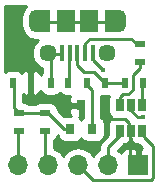
<source format=gtl>
%TF.GenerationSoftware,KiCad,Pcbnew,4.0.7*%
%TF.CreationDate,2017-11-15T16:48:17+08:00*%
%TF.ProjectId,MicroUSB,4D6963726F5553422E6B696361645F70,rev?*%
%TF.FileFunction,Copper,L1,Top,Signal*%
%FSLAX46Y46*%
G04 Gerber Fmt 4.6, Leading zero omitted, Abs format (unit mm)*
G04 Created by KiCad (PCBNEW 4.0.7) date 11/15/17 16:48:17*
%MOMM*%
%LPD*%
G01*
G04 APERTURE LIST*
%ADD10C,0.100000*%
%ADD11R,1.500000X1.900000*%
%ADD12C,1.450000*%
%ADD13R,0.400000X1.350000*%
%ADD14O,1.200000X1.900000*%
%ADD15R,1.200000X1.900000*%
%ADD16R,0.800000X0.900000*%
%ADD17R,1.700000X1.700000*%
%ADD18O,1.700000X1.700000*%
%ADD19R,0.650000X1.060000*%
%ADD20R,0.500000X0.900000*%
%ADD21R,0.900000X0.500000*%
%ADD22C,0.453000*%
%ADD23C,0.250000*%
%ADD24C,0.254000*%
G04 APERTURE END LIST*
D10*
D11*
X6950000Y-2760000D03*
D12*
X10450000Y-5460000D03*
D13*
X8600000Y-5460000D03*
X9250000Y-5460000D03*
X6650000Y-5460000D03*
X7300000Y-5460000D03*
X7950000Y-5460000D03*
D12*
X5450000Y-5460000D03*
D11*
X8950000Y-2760000D03*
D14*
X11450000Y-2760000D03*
X4450000Y-2760000D03*
D15*
X5050000Y-2760000D03*
X10850000Y-2760000D03*
D16*
X7330000Y-11890000D03*
X9230000Y-11890000D03*
X8280000Y-9890000D03*
D17*
X13100000Y-14950000D03*
D18*
X10560000Y-14950000D03*
X8020000Y-14950000D03*
X5480000Y-14950000D03*
X2940000Y-14950000D03*
D19*
X13430000Y-9820000D03*
X12480000Y-9820000D03*
X11530000Y-9820000D03*
X11530000Y-12020000D03*
X13430000Y-12020000D03*
X12480000Y-12020000D03*
D20*
X13490000Y-7970000D03*
X11990000Y-7970000D03*
X8790000Y-7970000D03*
X10290000Y-7970000D03*
D21*
X13220000Y-6230000D03*
X13220000Y-4730000D03*
D20*
X5700000Y-7970000D03*
X7200000Y-7970000D03*
X3990000Y-7970000D03*
X2490000Y-7970000D03*
D21*
X3020000Y-12030000D03*
X3020000Y-10530000D03*
X5210000Y-12030000D03*
X5210000Y-10530000D03*
D22*
X13530000Y-10900000D03*
X6870000Y-9170000D03*
X10130000Y-6870004D03*
X10350000Y-11020000D03*
D23*
X13105736Y-10900000D02*
X13530000Y-10900000D01*
X12360000Y-10154264D02*
X13105736Y-10900000D01*
X12360000Y-9960000D02*
X12360000Y-10154264D01*
X5700000Y-7950000D02*
X5700000Y-5780000D01*
X5700000Y-5780000D02*
X5460000Y-5540000D01*
X5460000Y-5540000D02*
X6660000Y-5540000D01*
X10860000Y-2840000D02*
X11460000Y-2840000D01*
X8960000Y-2840000D02*
X10860000Y-2840000D01*
X6960000Y-2840000D02*
X8960000Y-2840000D01*
X5060000Y-2840000D02*
X6960000Y-2840000D01*
X4460000Y-2840000D02*
X5060000Y-2840000D01*
X2940000Y-14950000D02*
X2940000Y-12110000D01*
X2940000Y-12110000D02*
X3020000Y-12030000D01*
X8610000Y-5540000D02*
X8610000Y-4615000D01*
X8610000Y-4615000D02*
X8995000Y-4230000D01*
X8995000Y-4230000D02*
X12520000Y-4230000D01*
X12520000Y-4230000D02*
X13020000Y-4730000D01*
X13020000Y-4730000D02*
X13220000Y-4730000D01*
X9260000Y-6015000D02*
X10115004Y-6870004D01*
X9260000Y-5540000D02*
X9260000Y-6015000D01*
X10115004Y-6870004D02*
X10130000Y-6870004D01*
X12360000Y-11380000D02*
X12000000Y-11020000D01*
X12360000Y-12160000D02*
X12360000Y-11380000D01*
X10774264Y-11020000D02*
X10350000Y-11020000D01*
X12000000Y-11020000D02*
X10774264Y-11020000D01*
X12360000Y-12160000D02*
X12420000Y-12220000D01*
X12420000Y-12220000D02*
X12420000Y-14270000D01*
X12420000Y-14270000D02*
X13100000Y-14950000D01*
X12600000Y-14450000D02*
X13100000Y-14950000D01*
X12960000Y-14810000D02*
X13100000Y-14950000D01*
X7200000Y-7950000D02*
X7270000Y-7880000D01*
X7270000Y-7880000D02*
X7270000Y-5580000D01*
X7270000Y-5580000D02*
X7310000Y-5540000D01*
X8515000Y-7020000D02*
X9340000Y-7020000D01*
X7960000Y-6465000D02*
X8515000Y-7020000D01*
X9340000Y-7020000D02*
X10290000Y-7970000D01*
X7960000Y-5540000D02*
X7960000Y-6465000D01*
X11990000Y-7950000D02*
X10310000Y-7950000D01*
X10310000Y-7950000D02*
X10290000Y-7970000D01*
X11950000Y-7690000D02*
X11960000Y-7700000D01*
X10560000Y-14950000D02*
X10560000Y-13435000D01*
X10560000Y-13435000D02*
X11650000Y-12345000D01*
X11650000Y-12345000D02*
X11650000Y-12140000D01*
X8020000Y-14950000D02*
X9280000Y-16210000D01*
X9280000Y-16210000D02*
X14150000Y-16210000D01*
X14150000Y-16210000D02*
X14340000Y-16020000D01*
X14340000Y-16020000D02*
X14340000Y-13320000D01*
X14340000Y-13320000D02*
X13560000Y-12540000D01*
X5210000Y-12050000D02*
X5210000Y-14680000D01*
X5210000Y-14680000D02*
X5480000Y-14950000D01*
X5480000Y-14950000D02*
X5830000Y-14600000D01*
X5050000Y-14520000D02*
X5480000Y-14950000D01*
X5480000Y-14950000D02*
X5382998Y-14950000D01*
X3020000Y-10530000D02*
X2620000Y-10130000D01*
X2620000Y-10130000D02*
X2620000Y-7960000D01*
X2620000Y-7960000D02*
X2590000Y-7930000D01*
X3020000Y-10530000D02*
X5190000Y-10530000D01*
X5190000Y-10530000D02*
X5210000Y-10550000D01*
X7330000Y-11890000D02*
X6820000Y-11890000D01*
X6820000Y-11890000D02*
X5450000Y-10520000D01*
X5450000Y-10520000D02*
X5390000Y-10520000D01*
X9230000Y-11890000D02*
X9230000Y-8600000D01*
X9230000Y-8600000D02*
X8790000Y-8160000D01*
X8790000Y-8160000D02*
X8790000Y-8100000D01*
X8790000Y-8100000D02*
X8790000Y-7970000D01*
X13490000Y-7950000D02*
X13430000Y-8010000D01*
X13430000Y-8010000D02*
X13430000Y-9840000D01*
X13430000Y-9840000D02*
X13310000Y-9960000D01*
X13220000Y-6230000D02*
X13220000Y-6730000D01*
X13220000Y-6730000D02*
X12630000Y-7320000D01*
X12630000Y-7320000D02*
X12630000Y-8560000D01*
X12630000Y-8560000D02*
X12280000Y-8910000D01*
X11810000Y-8910000D02*
X11530000Y-9190000D01*
X12280000Y-8910000D02*
X11810000Y-8910000D01*
X11530000Y-9190000D02*
X11530000Y-9820000D01*
D24*
G36*
X12501838Y-12785317D02*
X12607000Y-12948743D01*
X12607000Y-13026250D01*
X12765750Y-13185000D01*
X12931310Y-13185000D01*
X12968171Y-13169732D01*
X13105000Y-13197440D01*
X13142638Y-13197440D01*
X13410198Y-13465000D01*
X13385750Y-13465000D01*
X13227000Y-13623750D01*
X13227000Y-14823000D01*
X13247000Y-14823000D01*
X13247000Y-15077000D01*
X13227000Y-15077000D01*
X13227000Y-15097000D01*
X12973000Y-15097000D01*
X12973000Y-15077000D01*
X12953000Y-15077000D01*
X12953000Y-14823000D01*
X12973000Y-14823000D01*
X12973000Y-13623750D01*
X12814250Y-13465000D01*
X12123690Y-13465000D01*
X11890301Y-13561673D01*
X11711673Y-13740302D01*
X11639403Y-13914777D01*
X11610054Y-13870853D01*
X11363614Y-13706188D01*
X11876386Y-13193416D01*
X11995086Y-13171081D01*
X12028690Y-13185000D01*
X12194250Y-13185000D01*
X12353000Y-13026250D01*
X12353000Y-12945949D01*
X12451431Y-12801890D01*
X12479176Y-12664880D01*
X12501838Y-12785317D01*
X12501838Y-12785317D01*
G37*
X12501838Y-12785317D02*
X12607000Y-12948743D01*
X12607000Y-13026250D01*
X12765750Y-13185000D01*
X12931310Y-13185000D01*
X12968171Y-13169732D01*
X13105000Y-13197440D01*
X13142638Y-13197440D01*
X13410198Y-13465000D01*
X13385750Y-13465000D01*
X13227000Y-13623750D01*
X13227000Y-14823000D01*
X13247000Y-14823000D01*
X13247000Y-15077000D01*
X13227000Y-15077000D01*
X13227000Y-15097000D01*
X12973000Y-15097000D01*
X12973000Y-15077000D01*
X12953000Y-15077000D01*
X12953000Y-14823000D01*
X12973000Y-14823000D01*
X12973000Y-13623750D01*
X12814250Y-13465000D01*
X12123690Y-13465000D01*
X11890301Y-13561673D01*
X11711673Y-13740302D01*
X11639403Y-13914777D01*
X11610054Y-13870853D01*
X11363614Y-13706188D01*
X11876386Y-13193416D01*
X11995086Y-13171081D01*
X12028690Y-13185000D01*
X12194250Y-13185000D01*
X12353000Y-13026250D01*
X12353000Y-12945949D01*
X12451431Y-12801890D01*
X12479176Y-12664880D01*
X12501838Y-12785317D01*
G36*
X10557560Y-9290000D02*
X10557560Y-10350000D01*
X10601838Y-10585317D01*
X10740910Y-10801441D01*
X10916232Y-10921233D01*
X10753559Y-11025910D01*
X10608569Y-11238110D01*
X10557560Y-11490000D01*
X10557560Y-12362638D01*
X10022599Y-12897599D01*
X9857852Y-13144161D01*
X9800000Y-13435000D01*
X9800000Y-13677046D01*
X9509946Y-13870853D01*
X9290000Y-14200026D01*
X9070054Y-13870853D01*
X8588285Y-13548946D01*
X8020000Y-13435907D01*
X7451715Y-13548946D01*
X6969946Y-13870853D01*
X6750000Y-14200026D01*
X6530054Y-13870853D01*
X6048285Y-13548946D01*
X5970000Y-13533374D01*
X5970000Y-12835105D01*
X6111441Y-12744090D01*
X6256431Y-12531890D01*
X6278434Y-12423236D01*
X6282599Y-12427401D01*
X6301365Y-12439940D01*
X6326838Y-12575317D01*
X6465910Y-12791441D01*
X6678110Y-12936431D01*
X6930000Y-12987440D01*
X7730000Y-12987440D01*
X7965317Y-12943162D01*
X8181441Y-12804090D01*
X8280633Y-12658917D01*
X8365910Y-12791441D01*
X8578110Y-12936431D01*
X8830000Y-12987440D01*
X9630000Y-12987440D01*
X9865317Y-12943162D01*
X10081441Y-12804090D01*
X10226431Y-12591890D01*
X10277440Y-12340000D01*
X10277440Y-11440000D01*
X10233162Y-11204683D01*
X10094090Y-10988559D01*
X9990000Y-10917437D01*
X9990000Y-9057315D01*
X10040000Y-9067440D01*
X10540000Y-9067440D01*
X10605110Y-9055189D01*
X10557560Y-9290000D01*
X10557560Y-9290000D01*
G37*
X10557560Y-9290000D02*
X10557560Y-10350000D01*
X10601838Y-10585317D01*
X10740910Y-10801441D01*
X10916232Y-10921233D01*
X10753559Y-11025910D01*
X10608569Y-11238110D01*
X10557560Y-11490000D01*
X10557560Y-12362638D01*
X10022599Y-12897599D01*
X9857852Y-13144161D01*
X9800000Y-13435000D01*
X9800000Y-13677046D01*
X9509946Y-13870853D01*
X9290000Y-14200026D01*
X9070054Y-13870853D01*
X8588285Y-13548946D01*
X8020000Y-13435907D01*
X7451715Y-13548946D01*
X6969946Y-13870853D01*
X6750000Y-14200026D01*
X6530054Y-13870853D01*
X6048285Y-13548946D01*
X5970000Y-13533374D01*
X5970000Y-12835105D01*
X6111441Y-12744090D01*
X6256431Y-12531890D01*
X6278434Y-12423236D01*
X6282599Y-12427401D01*
X6301365Y-12439940D01*
X6326838Y-12575317D01*
X6465910Y-12791441D01*
X6678110Y-12936431D01*
X6930000Y-12987440D01*
X7730000Y-12987440D01*
X7965317Y-12943162D01*
X8181441Y-12804090D01*
X8280633Y-12658917D01*
X8365910Y-12791441D01*
X8578110Y-12936431D01*
X8830000Y-12987440D01*
X9630000Y-12987440D01*
X9865317Y-12943162D01*
X10081441Y-12804090D01*
X10226431Y-12591890D01*
X10277440Y-12340000D01*
X10277440Y-11440000D01*
X10233162Y-11204683D01*
X10094090Y-10988559D01*
X9990000Y-10917437D01*
X9990000Y-9057315D01*
X10040000Y-9067440D01*
X10540000Y-9067440D01*
X10605110Y-9055189D01*
X10557560Y-9290000D01*
G36*
X3576723Y-1505671D02*
X3309009Y-1906334D01*
X3215000Y-2378948D01*
X3215000Y-3141052D01*
X3309009Y-3613666D01*
X3576723Y-4014329D01*
X3977386Y-4282043D01*
X4450000Y-4376052D01*
X4543569Y-4357440D01*
X4629475Y-4357440D01*
X4297720Y-4688616D01*
X4090237Y-5188292D01*
X4089764Y-5729334D01*
X4296376Y-6229372D01*
X4678616Y-6612280D01*
X4940000Y-6720816D01*
X4940000Y-7141614D01*
X4853569Y-7268110D01*
X4843526Y-7317705D01*
X4778327Y-7160301D01*
X4599698Y-6981673D01*
X4366309Y-6885000D01*
X4273750Y-6885000D01*
X4115000Y-7043750D01*
X4115000Y-7843000D01*
X4137000Y-7843000D01*
X4137000Y-8097000D01*
X4115000Y-8097000D01*
X4115000Y-8896250D01*
X4273750Y-9055000D01*
X4366309Y-9055000D01*
X4599698Y-8958327D01*
X4778327Y-8779699D01*
X4841531Y-8627112D01*
X4846838Y-8655317D01*
X4985910Y-8871441D01*
X5198110Y-9016431D01*
X5450000Y-9067440D01*
X5950000Y-9067440D01*
X6185317Y-9023162D01*
X6401441Y-8884090D01*
X6449134Y-8814289D01*
X6485910Y-8871441D01*
X6698110Y-9016431D01*
X6950000Y-9067440D01*
X7354535Y-9067440D01*
X7341673Y-9080302D01*
X7245000Y-9313691D01*
X7245000Y-9604250D01*
X7403750Y-9763000D01*
X8153000Y-9763000D01*
X8153000Y-9743000D01*
X8407000Y-9743000D01*
X8407000Y-9763000D01*
X8427000Y-9763000D01*
X8427000Y-10017000D01*
X8407000Y-10017000D01*
X8407000Y-10816250D01*
X8470000Y-10879250D01*
X8470000Y-10917069D01*
X8378559Y-10975910D01*
X8279367Y-11121083D01*
X8194090Y-10988559D01*
X8067314Y-10901936D01*
X8153000Y-10816250D01*
X8153000Y-10017000D01*
X7403750Y-10017000D01*
X7245000Y-10175750D01*
X7245000Y-10466309D01*
X7341673Y-10699698D01*
X7434534Y-10792560D01*
X6930000Y-10792560D01*
X6818367Y-10813565D01*
X6307440Y-10302638D01*
X6307440Y-10280000D01*
X6263162Y-10044683D01*
X6124090Y-9828559D01*
X5911890Y-9683569D01*
X5660000Y-9632560D01*
X4760000Y-9632560D01*
X4524683Y-9676838D01*
X4379905Y-9770000D01*
X3848386Y-9770000D01*
X3721890Y-9683569D01*
X3470000Y-9632560D01*
X3380000Y-9632560D01*
X3380000Y-8958025D01*
X3380302Y-8958327D01*
X3613691Y-9055000D01*
X3706250Y-9055000D01*
X3865000Y-8896250D01*
X3865000Y-8097000D01*
X3843000Y-8097000D01*
X3843000Y-7843000D01*
X3865000Y-7843000D01*
X3865000Y-7043750D01*
X3706250Y-6885000D01*
X3613691Y-6885000D01*
X3380302Y-6981673D01*
X3239064Y-7122910D01*
X3204090Y-7068559D01*
X2991890Y-6923569D01*
X2740000Y-6872560D01*
X2240000Y-6872560D01*
X2004683Y-6916838D01*
X1850000Y-7016374D01*
X1850000Y-1460000D01*
X3645075Y-1460000D01*
X3576723Y-1505671D01*
X3576723Y-1505671D01*
G37*
X3576723Y-1505671D02*
X3309009Y-1906334D01*
X3215000Y-2378948D01*
X3215000Y-3141052D01*
X3309009Y-3613666D01*
X3576723Y-4014329D01*
X3977386Y-4282043D01*
X4450000Y-4376052D01*
X4543569Y-4357440D01*
X4629475Y-4357440D01*
X4297720Y-4688616D01*
X4090237Y-5188292D01*
X4089764Y-5729334D01*
X4296376Y-6229372D01*
X4678616Y-6612280D01*
X4940000Y-6720816D01*
X4940000Y-7141614D01*
X4853569Y-7268110D01*
X4843526Y-7317705D01*
X4778327Y-7160301D01*
X4599698Y-6981673D01*
X4366309Y-6885000D01*
X4273750Y-6885000D01*
X4115000Y-7043750D01*
X4115000Y-7843000D01*
X4137000Y-7843000D01*
X4137000Y-8097000D01*
X4115000Y-8097000D01*
X4115000Y-8896250D01*
X4273750Y-9055000D01*
X4366309Y-9055000D01*
X4599698Y-8958327D01*
X4778327Y-8779699D01*
X4841531Y-8627112D01*
X4846838Y-8655317D01*
X4985910Y-8871441D01*
X5198110Y-9016431D01*
X5450000Y-9067440D01*
X5950000Y-9067440D01*
X6185317Y-9023162D01*
X6401441Y-8884090D01*
X6449134Y-8814289D01*
X6485910Y-8871441D01*
X6698110Y-9016431D01*
X6950000Y-9067440D01*
X7354535Y-9067440D01*
X7341673Y-9080302D01*
X7245000Y-9313691D01*
X7245000Y-9604250D01*
X7403750Y-9763000D01*
X8153000Y-9763000D01*
X8153000Y-9743000D01*
X8407000Y-9743000D01*
X8407000Y-9763000D01*
X8427000Y-9763000D01*
X8427000Y-10017000D01*
X8407000Y-10017000D01*
X8407000Y-10816250D01*
X8470000Y-10879250D01*
X8470000Y-10917069D01*
X8378559Y-10975910D01*
X8279367Y-11121083D01*
X8194090Y-10988559D01*
X8067314Y-10901936D01*
X8153000Y-10816250D01*
X8153000Y-10017000D01*
X7403750Y-10017000D01*
X7245000Y-10175750D01*
X7245000Y-10466309D01*
X7341673Y-10699698D01*
X7434534Y-10792560D01*
X6930000Y-10792560D01*
X6818367Y-10813565D01*
X6307440Y-10302638D01*
X6307440Y-10280000D01*
X6263162Y-10044683D01*
X6124090Y-9828559D01*
X5911890Y-9683569D01*
X5660000Y-9632560D01*
X4760000Y-9632560D01*
X4524683Y-9676838D01*
X4379905Y-9770000D01*
X3848386Y-9770000D01*
X3721890Y-9683569D01*
X3470000Y-9632560D01*
X3380000Y-9632560D01*
X3380000Y-8958025D01*
X3380302Y-8958327D01*
X3613691Y-9055000D01*
X3706250Y-9055000D01*
X3865000Y-8896250D01*
X3865000Y-8097000D01*
X3843000Y-8097000D01*
X3843000Y-7843000D01*
X3865000Y-7843000D01*
X3865000Y-7043750D01*
X3706250Y-6885000D01*
X3613691Y-6885000D01*
X3380302Y-6981673D01*
X3239064Y-7122910D01*
X3204090Y-7068559D01*
X2991890Y-6923569D01*
X2740000Y-6872560D01*
X2240000Y-6872560D01*
X2004683Y-6916838D01*
X1850000Y-7016374D01*
X1850000Y-1460000D01*
X3645075Y-1460000D01*
X3576723Y-1505671D01*
M02*

</source>
